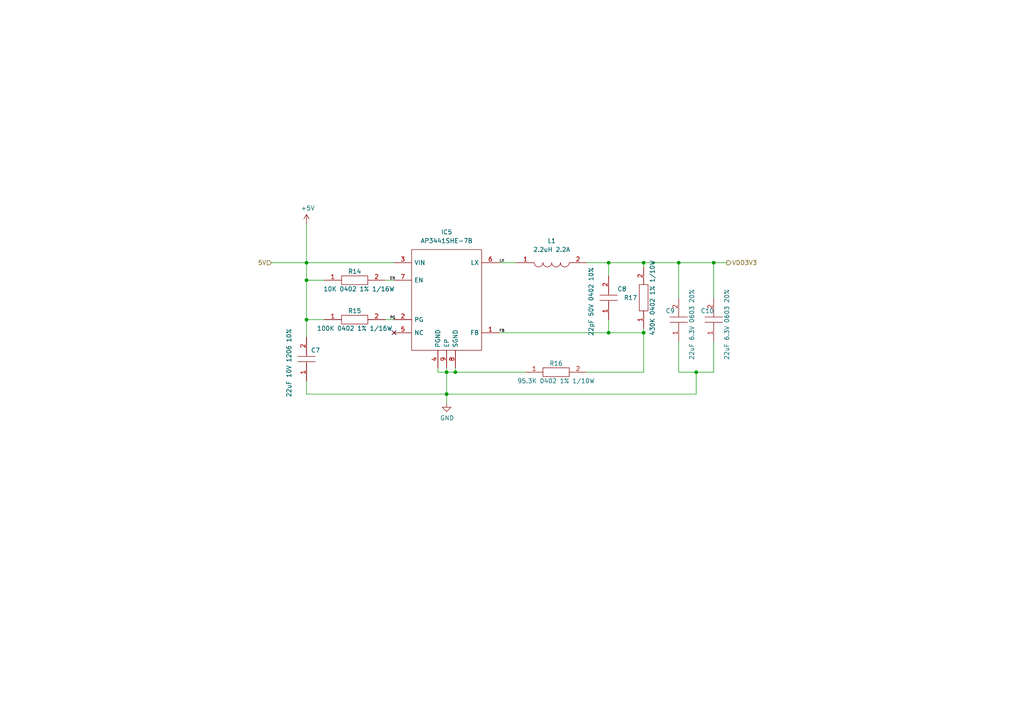
<source format=kicad_sch>
(kicad_sch (version 20211123) (generator eeschema)
  (paper "A4")
  (lib_symbols
    (symbol "global_lib:1239AS-H-2R2M=P2" (pin_names (offset 0.762))
      (property "Reference" "L" (at 16.51 6.35 0))
      (property "Value" "1239AS-H-2R2M=P2" (at 16.51 3.81 0))
      (symbol "1239AS-H-2R2M=P2_0_0"
        (pin passive line (at 0 0 0) (length 5.08) (name "~") (number "1"))
        (pin passive line (at 20.32 0 180) (length 5.08) (name "~") (number "2"))
      )
      (symbol "1239AS-H-2R2M=P2_0_1"
        (arc (start 5.08 0) (mid 6.35 -1.3218) (end 7.62 0) (stroke (width 0.1524)))
        (arc (start 7.62 0) (mid 8.89 -1.3218) (end 10.16 0) (stroke (width 0.1524)))
        (arc (start 10.16 0) (mid 11.43 -1.3218) (end 12.7 0) (stroke (width 0.1524)))
        (arc (start 12.7 0) (mid 13.97 -1.3218) (end 15.24 0) (stroke (width 0.1524)))
      )
    )
    (symbol "global_lib:AC0402FR-0710KL" (pin_names (offset 0.762))
      (property "Reference" "R" (at 13.97 6.35 0))
      (property "Value" "AC0402FR-0710KL" (at 13.97 3.81 0))
      (symbol "AC0402FR-0710KL_0_0"
        (pin passive line (at 0 0 0) (length 5.08) (name "~") (number "1"))
        (pin passive line (at 17.78 0 180) (length 5.08) (name "~") (number "2"))
      )
      (symbol "AC0402FR-0710KL_0_1"
        (polyline (pts (xy 5.08 1.27) (xy 12.7 1.27) (xy 12.7 -1.27) (xy 5.08 -1.27) (xy 5.08 1.27)) (stroke (width 0.1524)))
      )
    )
    (symbol "global_lib:AP3441SHE-7B" (pin_names (offset 0.762))
      (property "Reference" "IC" (at 26.67 7.62 0))
      (property "Value" "AP3441SHE-7B" (at 26.67 5.08 0))
      (symbol "AP3441SHE-7B_0_0"
        (pin passive line (at 30.48 -10.16 180) (length 5.08) (name "FB") (number "1"))
        (pin passive line (at 0 -6.35 0) (length 5.08) (name "PG") (number "2"))
        (pin passive line (at 0 10.16 0) (length 5.08) (name "VIN") (number "3"))
        (pin passive line (at 12.7 -20.32 90) (length 5.08) (name "PGND") (number "4"))
        (pin no_connect line (at 0 -10.16 0) (length 5.08) (name "NC") (number "5"))
        (pin passive line (at 30.48 10.16 180) (length 5.08) (name "LX") (number "6"))
        (pin passive line (at 0 5.08 0) (length 5.08) (name "EN") (number "7"))
        (pin passive line (at 17.78 -20.32 90) (length 5.08) (name "SGND") (number "8"))
        (pin passive line (at 15.24 -20.32 90) (length 5.08) (name "EP") (number "9"))
      )
      (symbol "AP3441SHE-7B_0_1"
        (polyline (pts (xy 5.08 13.97) (xy 25.4 13.97) (xy 25.4 -15.24) (xy 5.08 -15.24) (xy 5.08 13.97)) (stroke (width 0.1524)))
      )
    )
    (symbol "global_lib:C0402C220K5RACTU" (pin_names (offset 0.762))
      (property "Reference" "C" (at 8.89 6.35 0))
      (property "Value" "C0402C220K5RACTU" (at 8.89 3.81 0))
      (symbol "C0402C220K5RACTU_0_0"
        (pin passive line (at 0 0 0) (length 5.08) (name "~") (number "1"))
        (pin passive line (at 12.7 0 180) (length 5.08) (name "~") (number "2"))
      )
      (symbol "C0402C220K5RACTU_0_1"
        (polyline (pts (xy 5.08 0) (xy 5.588 0)) (stroke (width 0.1524)))
        (polyline (pts (xy 5.588 2.54) (xy 5.588 -2.54)) (stroke (width 0.1524)))
        (polyline (pts (xy 7.112 0) (xy 7.62 0)) (stroke (width 0.1524)))
        (polyline (pts (xy 7.112 2.54) (xy 7.112 -2.54)) (stroke (width 0.1524)))
      )
    )
    (symbol "global_lib:ERJ-U02F4303X" (pin_names (offset 0.762))
      (property "Reference" "R" (at 13.97 6.35 0))
      (property "Value" "ERJ-U02F4303X" (at 13.97 3.81 0))
      (symbol "ERJ-U02F4303X_0_0"
        (pin passive line (at 0 0 0) (length 5.08) (name "~") (number "1"))
        (pin passive line (at 17.78 0 180) (length 5.08) (name "~") (number "2"))
      )
      (symbol "ERJ-U02F4303X_0_1"
        (polyline (pts (xy 5.08 1.27) (xy 12.7 1.27) (xy 12.7 -1.27) (xy 5.08 -1.27) (xy 5.08 1.27)) (stroke (width 0.1524)))
      )
    )
    (symbol "global_lib:ERJ-U02F9532X" (pin_names (offset 0.762))
      (property "Reference" "R" (at 13.97 6.35 0))
      (property "Value" "ERJ-U02F9532X" (at 13.97 3.81 0))
      (symbol "ERJ-U02F9532X_0_0"
        (pin passive line (at 0 0 0) (length 5.08) (name "~") (number "1"))
        (pin passive line (at 17.78 0 180) (length 5.08) (name "~") (number "2"))
      )
      (symbol "ERJ-U02F9532X_0_1"
        (polyline (pts (xy 5.08 1.27) (xy 12.7 1.27) (xy 12.7 -1.27) (xy 5.08 -1.27) (xy 5.08 1.27)) (stroke (width 0.1524)))
      )
    )
    (symbol "global_lib:GRM188R60J226MEA0D" (pin_names (offset 0.762))
      (property "Reference" "C" (at 8.89 6.35 0))
      (property "Value" "GRM188R60J226MEA0D" (at 8.89 3.81 0))
      (symbol "GRM188R60J226MEA0D_0_0"
        (pin passive line (at 0 0 0) (length 5.08) (name "~") (number "1"))
        (pin passive line (at 12.7 0 180) (length 5.08) (name "~") (number "2"))
      )
      (symbol "GRM188R60J226MEA0D_0_1"
        (polyline (pts (xy 5.08 0) (xy 5.588 0)) (stroke (width 0.1524)))
        (polyline (pts (xy 5.588 2.54) (xy 5.588 -2.54)) (stroke (width 0.1524)))
        (polyline (pts (xy 7.112 0) (xy 7.62 0)) (stroke (width 0.1524)))
        (polyline (pts (xy 7.112 2.54) (xy 7.112 -2.54)) (stroke (width 0.1524)))
      )
    )
    (symbol "global_lib:GRM31CR71A226KE15L" (pin_names (offset 0.762))
      (property "Reference" "C" (at 8.89 6.35 0))
      (property "Value" "GRM31CR71A226KE15L" (at 8.89 3.81 0))
      (symbol "GRM31CR71A226KE15L_0_0"
        (pin passive line (at 0 0 0) (length 5.08) (name "~") (number "1"))
        (pin passive line (at 12.7 0 180) (length 5.08) (name "~") (number "2"))
      )
      (symbol "GRM31CR71A226KE15L_0_1"
        (polyline (pts (xy 5.08 0) (xy 5.588 0)) (stroke (width 0.1524)))
        (polyline (pts (xy 5.588 2.54) (xy 5.588 -2.54)) (stroke (width 0.1524)))
        (polyline (pts (xy 7.112 0) (xy 7.62 0)) (stroke (width 0.1524)))
        (polyline (pts (xy 7.112 2.54) (xy 7.112 -2.54)) (stroke (width 0.1524)))
      )
    )
    (symbol "global_lib:SFR01MZPF1003" (pin_names (offset 0.762))
      (property "Reference" "R" (at 13.97 6.35 0))
      (property "Value" "SFR01MZPF1003" (at 13.97 3.81 0))
      (symbol "SFR01MZPF1003_0_0"
        (pin passive line (at 0 0 0) (length 5.08) (name "~") (number "1"))
        (pin passive line (at 17.78 0 180) (length 5.08) (name "~") (number "2"))
      )
      (symbol "SFR01MZPF1003_0_1"
        (polyline (pts (xy 5.08 1.27) (xy 12.7 1.27) (xy 12.7 -1.27) (xy 5.08 -1.27) (xy 5.08 1.27)) (stroke (width 0.1524)))
      )
    )
    (symbol "power:+5V" (power) (pin_names (offset 0))
      (property "Value" "+5V" (at 0 3.556 0))
      (symbol "+5V_0_1"
        (polyline (pts (xy -0.762 1.27) (xy 0 2.54)))
        (polyline (pts (xy 0 0) (xy 0 2.54)))
        (polyline (pts (xy 0 2.54) (xy 0.762 1.27)))
      )
      (symbol "+5V_1_1"
        (pin power_in line (at 0 0 90) (length 0) hide (name "+5V") (number "1"))
      )
    )
    (symbol "power:GND" (power) (pin_names (offset 0))
      (property "Value" "GND" (at 0 -3.81 0))
      (symbol "GND_0_1"
        (polyline (pts (xy 0 0) (xy 0 -1.27) (xy 1.27 -1.27) (xy 0 -2.54) (xy -1.27 -1.27) (xy 0 -1.27)))
      )
      (symbol "GND_1_1"
        (pin power_in line (at 0 0 270) (length 0) hide (name "GND") (number "1"))
      )
    )
  )
  (junction (at 186.69 96.52))
  (junction (at 176.53 76.2))
  (junction (at 201.93 107.95))
  (junction (at 88.9 81.28))
  (junction (at 176.53 96.52))
  (junction (at 132.08 107.95))
  (junction (at 88.9 92.71))
  (junction (at 186.69 76.2))
  (junction (at 207.01 76.2))
  (junction (at 129.54 107.95))
  (junction (at 129.54 114.3))
  (junction (at 196.85 76.2))
  (junction (at 88.9 76.2))
  (no_connect (at 114.3 96.52))
  (wire (pts (xy 129.54 114.3) (xy 129.54 116.84)))
  (wire (pts (xy 93.98 81.28) (xy 88.9 81.28)))
  (wire (pts (xy 144.78 96.52) (xy 176.53 96.52)))
  (wire (pts (xy 111.76 81.28) (xy 114.3 81.28)))
  (wire (pts (xy 196.85 76.2) (xy 207.01 76.2)))
  (wire (pts (xy 201.93 107.95) (xy 196.85 107.95)))
  (wire (pts (xy 78.74 76.2) (xy 88.9 76.2)))
  (wire (pts (xy 186.69 76.2) (xy 196.85 76.2)))
  (wire (pts (xy 132.08 107.95) (xy 152.4 107.95)))
  (wire (pts (xy 201.93 107.95) (xy 207.01 107.95)))
  (wire (pts (xy 88.9 64.77) (xy 88.9 76.2)))
  (wire (pts (xy 196.85 86.36) (xy 196.85 76.2)))
  (wire (pts (xy 207.01 86.36) (xy 207.01 76.2)))
  (wire (pts (xy 207.01 107.95) (xy 207.01 99.06)))
  (wire (pts (xy 207.01 76.2) (xy 210.82 76.2)))
  (wire (pts (xy 196.85 107.95) (xy 196.85 99.06)))
  (wire (pts (xy 186.69 77.47) (xy 186.69 76.2)))
  (wire (pts (xy 88.9 110.49) (xy 88.9 114.3)))
  (wire (pts (xy 88.9 92.71) (xy 88.9 97.79)))
  (wire (pts (xy 88.9 76.2) (xy 114.3 76.2)))
  (wire (pts (xy 186.69 96.52) (xy 186.69 95.25)))
  (wire (pts (xy 129.54 107.95) (xy 132.08 107.95)))
  (wire (pts (xy 170.18 76.2) (xy 176.53 76.2)))
  (wire (pts (xy 186.69 107.95) (xy 170.18 107.95)))
  (wire (pts (xy 176.53 96.52) (xy 186.69 96.52)))
  (wire (pts (xy 127 107.95) (xy 129.54 107.95)))
  (wire (pts (xy 176.53 76.2) (xy 186.69 76.2)))
  (wire (pts (xy 129.54 106.68) (xy 129.54 107.95)))
  (wire (pts (xy 129.54 107.95) (xy 129.54 114.3)))
  (wire (pts (xy 144.78 76.2) (xy 149.86 76.2)))
  (wire (pts (xy 88.9 92.71) (xy 88.9 81.28)))
  (wire (pts (xy 127 106.68) (xy 127 107.95)))
  (wire (pts (xy 186.69 96.52) (xy 186.69 107.95)))
  (wire (pts (xy 129.54 114.3) (xy 201.93 114.3)))
  (wire (pts (xy 176.53 92.71) (xy 176.53 96.52)))
  (wire (pts (xy 111.76 92.71) (xy 114.3 92.71)))
  (wire (pts (xy 176.53 80.01) (xy 176.53 76.2)))
  (wire (pts (xy 88.9 81.28) (xy 88.9 76.2)))
  (wire (pts (xy 129.54 114.3) (xy 88.9 114.3)))
  (wire (pts (xy 201.93 114.3) (xy 201.93 107.95)))
  (wire (pts (xy 132.08 106.68) (xy 132.08 107.95)))
  (wire (pts (xy 93.98 92.71) (xy 88.9 92.71)))
  (label "LX" (at 144.78 76.2 0) (effects (font (size 0.762 0.762))))
  (label "EN" (at 113.03 81.28 0) (effects (font (size 0.762 0.762))))
  (label "FB" (at 144.78 96.52 0) (effects (font (size 0.762 0.762))))
  (label "PG" (at 113.03 92.71 0) (effects (font (size 0.762 0.762))))
  (hierarchical_label "VDD3V3" (shape output) (at 210.82 76.2 0))
  (hierarchical_label "5V" (shape input) (at 78.74 76.2 180))
  (symbol (lib_id "power:+5V") (at 88.9 64.77 0) (unit 1)
    (property "Reference" "#PWR021" (effects hide))
    (property "Value" "+5V" (at 89.281 60.3758 0))
  )
  (symbol (lib_id "power:GND") (at 129.54 116.84 0) (unit 1)
    (property "Reference" "#PWR022" (effects hide))
    (property "Value" "GND" (at 129.667 121.2342 0))
  )
  (symbol (lib_id "global_lib:GRM188R60J226MEA0D") (at 196.85 99.06 90) (unit 1)
    (property "Reference" "C9" (at 193.04 90.17 90) (effects (justify right)))
    (property "Value" "22uF 6.3V 0603 20%" (at 200.66 83.82 0) (effects (justify right)))
    (property "Footprint" "C_0603_1608Metric" (effects hide))
    (property "Datasheet" "https://psearch.en.murata.com/capacitor/product/GRM188R60J226MEA0%23.html" (effects hide))
    (property "Description" "Multilayer Ceramic Capacitors MLCC - SMD/SMT 0603 22uF 6.3volts *Derate Voltage/Temp" (effects hide))
    (property "Height" "0.9" (effects hide))
    (property "Manufacturer_Name" "Murata Electronics" (effects hide))
    (property "Manufacturer_Part_Number" "GRM188R60J226MEA0D" (effects hide))
    (property "Mouser Part Number" "81-GRM188R60J226ME0D" (effects hide))
    (property "Mouser Price/Stock" "https://www.mouser.co.uk/ProductDetail/Murata-Electronics/GRM188R60J226MEA0D?qs=p%2FZgMVRdWRkAKoLX3oNjgw%3D%3D" (effects hide))
    (property "Arrow Part Number" "GRM188R60J226MEA0D" (effects hide))
    (property "Arrow Price/Stock" "https://www.arrow.com/en/products/grm188r60j226mea0d/murata-manufacturing?region=nac" (effects hide))
  )
  (symbol (lib_id "global_lib:GRM31CR71A226KE15L") (at 88.9 110.49 90) (unit 1)
    (property "Reference" "C7" (at 90.17 101.6 90) (effects (justify right)))
    (property "Value" "22uF 10V 1206 10%" (at 83.82 95.25 0) (effects (justify right)))
    (property "Footprint" "C_1206_3216Metric" (effects hide))
    (property "Datasheet" "https://datasheet.datasheetarchive.com/originals/distributors/Datasheets_SAMA/ec4f1577dddcc7a13ddad897a28002d3.pdf" (effects hide))
    (property "Description" "Ceramic  SMT capacitor 22uF 10Vdc Murata 1206 GRM 22uF Ceramic Multilayer Capacitor, 10 V dc, +125C, X7R Dielectric, +/-10%" (effects hide))
    (property "Height" "1.8" (effects hide))
    (property "Manufacturer_Name" "Murata Electronics" (effects hide))
    (property "Manufacturer_Part_Number" "GRM31CR71A226KE15L" (effects hide))
    (property "Mouser Part Number" "81-GRM31CR71A226K15L" (effects hide))
    (property "Mouser Price/Stock" "https://www.mouser.co.uk/ProductDetail/Murata-Electronics/GRM31CR71A226KE15L?qs=%2FBLjsTEvPnhfnPGA5Hlk4g%3D%3D" (effects hide))
    (property "Arrow Part Number" "GRM31CR71A226KE15L" (effects hide))
    (property "Arrow Price/Stock" "https://www.arrow.com/en/products/grm31cr71a226ke15l/murata-manufacturing?region=nac" (effects hide))
  )
  (symbol (lib_id "global_lib:GRM188R60J226MEA0D") (at 207.01 99.06 90) (unit 1)
    (property "Reference" "C10" (at 203.2 90.17 90) (effects (justify right)))
    (property "Value" "22uF 6.3V 0603 20%" (at 210.82 83.82 0) (effects (justify right)))
    (property "Footprint" "C_0603_1608Metric" (effects hide))
    (property "Datasheet" "https://psearch.en.murata.com/capacitor/product/GRM188R60J226MEA0%23.html" (effects hide))
    (property "Description" "Multilayer Ceramic Capacitors MLCC - SMD/SMT 0603 22uF 6.3volts *Derate Voltage/Temp" (effects hide))
    (property "Height" "0.9" (effects hide))
    (property "Manufacturer_Name" "Murata Electronics" (effects hide))
    (property "Manufacturer_Part_Number" "GRM188R60J226MEA0D" (effects hide))
    (property "Mouser Part Number" "81-GRM188R60J226ME0D" (effects hide))
    (property "Mouser Price/Stock" "https://www.mouser.co.uk/ProductDetail/Murata-Electronics/GRM188R60J226MEA0D?qs=p%2FZgMVRdWRkAKoLX3oNjgw%3D%3D" (effects hide))
    (property "Arrow Part Number" "GRM188R60J226MEA0D" (effects hide))
    (property "Arrow Price/Stock" "https://www.arrow.com/en/products/grm188r60j226mea0d/murata-manufacturing?region=nac" (effects hide))
  )
  (symbol (lib_id "global_lib:AP3441SHE-7B") (at 114.3 86.36 0) (unit 1)
    (property "Reference" "IC5" (at 129.54 67.31 0))
    (property "Value" "AP3441SHE-7B" (at 129.54 69.85 0))
    (property "Footprint" "SON50P201X201X60-9N-D" (effects hide))
    (property "Datasheet" "https://www.diodes.com/assets/Datasheets/AP3441-L.pdf" (effects hide))
    (property "Description" "Switching Voltage Regulators DCDC Conv LV Buck" (effects hide))
    (property "Height" "0.6" (effects hide))
    (property "Manufacturer_Name" "Diodes Inc." (effects hide))
    (property "Manufacturer_Part_Number" "AP3441SHE-7B" (effects hide))
    (property "Mouser Part Number" "621-AP3441SHE-7B" (effects hide))
    (property "Mouser Price/Stock" "https://www.mouser.co.uk/ProductDetail/Diodes-Incorporated/AP3441SHE-7B?qs=wUXugUrL1qwsM8sMU6r4Ag%3D%3D" (effects hide))
  )
  (symbol (lib_id "global_lib:C0402C220K5RACTU") (at 176.53 92.71 90) (unit 1)
    (property "Reference" "C8" (at 179.07 83.82 90) (effects (justify right)))
    (property "Value" "22pF 50V 0402 10%" (at 171.45 77.47 0) (effects (justify right)))
    (property "Footprint" "C_0402_1005Metric" (effects hide))
    (property "Datasheet" "https://content.kemet.com/datasheets/KEM_C1002_X7R_SMD.pdf" (effects hide))
    (property "Description" "Multilayer Ceramic Capacitors MLCC - SMD/SMT 50V 22pF X7R 0402 0.1" (effects hide))
    (property "Height" "0.55" (effects hide))
    (property "Manufacturer_Name" "Kemet" (effects hide))
    (property "Manufacturer_Part_Number" "C0402C220K5RACTU" (effects hide))
    (property "Mouser Part Number" "80-C0402C220K5RACTU" (effects hide))
    (property "Mouser Price/Stock" "https://www.mouser.co.uk/ProductDetail/KEMET/C0402C220K5RACTU?qs=Em4Ro3wiPJgdnID6FiQp3A%3D%3D" (effects hide))
    (property "Arrow Part Number" "C0402C220K5RACTU" (effects hide))
    (property "Arrow Price/Stock" "https://www.arrow.com/en/products/c0402c220k5ractu/kemet-corporation?region=nac" (effects hide))
  )
  (symbol (lib_id "global_lib:ERJ-U02F4303X") (at 186.69 95.25 90) (unit 1)
    (property "Reference" "R17" (at 182.88 86.36 90))
    (property "Value" "430K 0402 1% 1/10W" (at 189.23 86.36 0))
    (property "Footprint" "R_0402_1005Metric" (effects hide))
    (property "Datasheet" "https://industrial.panasonic.com/cdbs/www-data/pdf/RDP0000/AOA0000C334.pdf" (effects hide))
    (property "Description" "Anti-Sulfurated Thick Film Chip Resistor, 0402, 0.1W" (effects hide))
    (property "Height" "0.4" (effects hide))
    (property "Manufacturer_Name" "Panasonic" (effects hide))
    (property "Manufacturer_Part_Number" "ERJ-U02F4303X" (effects hide))
  )
  (symbol (lib_id "global_lib:1239AS-H-2R2M=P2") (at 149.86 76.2 0) (unit 1)
    (property "Reference" "L1" (at 160.02 69.85 0))
    (property "Value" "2.2uH 2.2A" (at 160.02 72.39 0))
    (property "Footprint" "DFE2HCAH1R0MJ0L" (effects hide))
    (property "Datasheet" "https://psearch.en.murata.com/inductor/product/1239AS-H-2R2M%23.html" (effects hide))
    (property "Description" "DFE252012C Series Inductor 2.2uH +/-20% 1008 (2520)" (effects hide))
    (property "Height" "1.2" (effects hide))
    (property "Manufacturer_Name" "Murata Electronics" (effects hide))
    (property "Manufacturer_Part_Number" "1239AS-H-2R2M=P2" (effects hide))
    (property "Mouser Part Number" "81-1239AS-H-2R2MP2" (effects hide))
    (property "Mouser Price/Stock" "https://www.mouser.co.uk/ProductDetail/Murata-Electronics/1239AS-H-2R2M%3dP2?qs=KuGPmAKtFKVJBsDE%2Fj0xzA%3D%3D" (effects hide))
    (property "Arrow Part Number" "1239AS-H-2R2M=P2" (effects hide))
    (property "Arrow Price/Stock" "https://www.arrow.com/en/products/1239as-h-2r2mp2/murata-manufacturing?region=nac" (effects hide))
  )
  (symbol (lib_id "global_lib:AC0402FR-0710KL") (at 93.98 81.28 0) (unit 1)
    (property "Reference" "R14" (at 102.87 78.74 0))
    (property "Value" "10K 0402 1% 1/16W" (at 104.14 83.82 0))
    (property "Footprint" "R_0402_1005Metric" (effects hide))
    (property "Datasheet" "https://www.yageo.com/upload/media/product/productsearch/datasheet/rchip/PYu-AC_51_RoHS_L_7.pdf" (effects hide))
    (property "Description" "Yageo 10k, 0402 Thick Film Resistor 1% 0.0625W - AC0402FR-0710KL" (effects hide))
    (property "Height" "0.37" (effects hide))
    (property "Manufacturer_Name" "YAGEO (PHYCOMP)" (effects hide))
    (property "Manufacturer_Part_Number" "AC0402FR-0710KL" (effects hide))
    (property "Mouser Part Number" "603-AC0402FR-0710KL" (effects hide))
    (property "Mouser Price/Stock" "https://www.mouser.co.uk/ProductDetail/Yageo/AC0402FR-0710KL?qs=yhV1fb9g%2FKYkR5U3B7upEQ%3D%3D" (effects hide))
    (property "Arrow Part Number" "AC0402FR-0710KL" (effects hide))
    (property "Arrow Price/Stock" "https://www.arrow.com/en/products/ac0402fr-0710kl/yageo" (effects hide))
  )
  (symbol (lib_id "global_lib:ERJ-U02F9532X") (at 152.4 107.95 0) (unit 1)
    (property "Reference" "R16" (at 161.29 105.41 0))
    (property "Value" "95.3K 0402 1% 1/10W" (at 161.29 110.49 0))
    (property "Footprint" "R_0402_1005Metric" (effects hide))
    (property "Datasheet" "https://industrial.panasonic.com/cdbs/www-data/pdf/RDP0000/AOA0000C334.pdf" (effects hide))
    (property "Description" "Anti-Sulfurated Thick Film Chip Resistor, 0402, 0.1W" (effects hide))
    (property "Height" "0.4" (effects hide))
    (property "Manufacturer_Name" "Panasonic" (effects hide))
    (property "Manufacturer_Part_Number" "ERJ-U02F9532X" (effects hide))
    (property "Mouser Part Number" "667-ERJ-U02F9532X" (effects hide))
    (property "Mouser Price/Stock" "https://www.mouser.co.uk/ProductDetail/Panasonic/ERJ-U02F9532X?qs=CBysBIMljthB2IL%2FnqHiBA%3D%3D" (effects hide))
  )
  (symbol (lib_id "global_lib:SFR01MZPF1003") (at 93.98 92.71 0) (unit 1)
    (property "Reference" "R15" (at 102.87 90.17 0))
    (property "Value" "100K 0402 1% 1/16W" (at 102.87 95.25 0))
    (property "Footprint" "R_0402_1005Metric" (effects hide))
    (property "Datasheet" "https://fscdn.rohm.com/en/products/databook/datasheet/passive/resistor/chip_resistor/sfr-e.pdf" (effects hide))
    (property "Description" "Thick Film Resistors - SMD 0402 100Kohm 1% Anti-Sulfur AEC-Q200" (effects hide))
    (property "Height" "0.4" (effects hide))
    (property "Manufacturer_Name" "ROHM Semiconductor" (effects hide))
    (property "Manufacturer_Part_Number" "SFR01MZPF1003" (effects hide))
    (property "Mouser Part Number" "755-SFR01MZPF1003" (effects hide))
    (property "Mouser Price/Stock" "https://www.mouser.co.uk/ProductDetail/ROHM-Semiconductor/SFR01MZPF1003?qs=Mv7BduZupUj2RFL5gMaKTg%3D%3D" (effects hide))
  )
)
</source>
